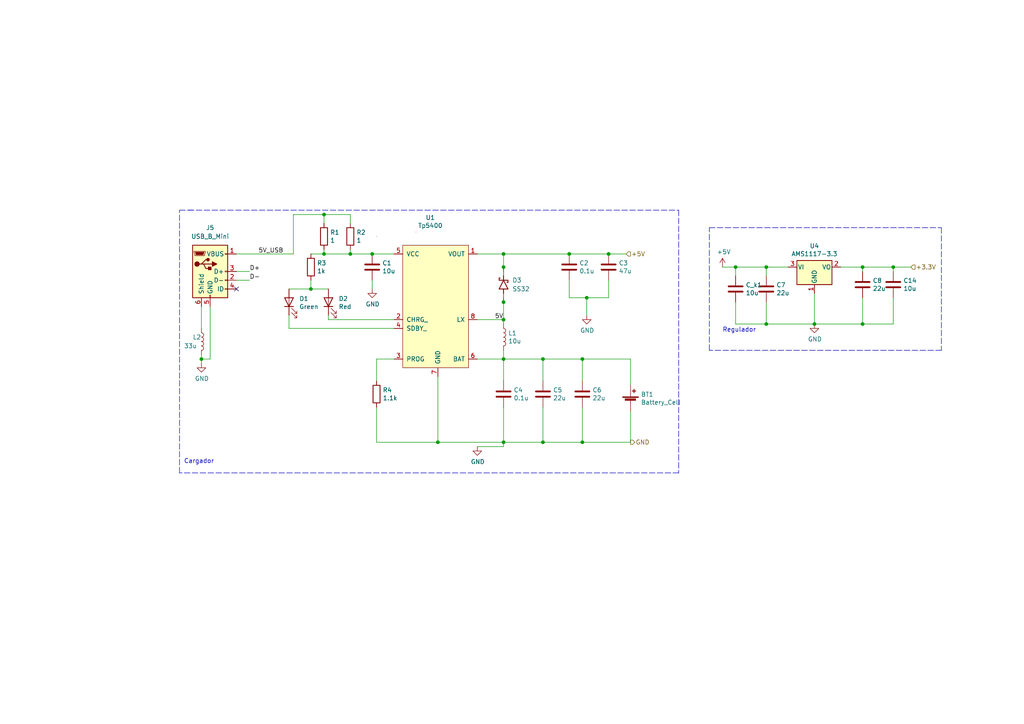
<source format=kicad_sch>
(kicad_sch (version 20211123) (generator eeschema)

  (uuid e409a435-e22e-4de2-b54e-4f8bf64a12ec)

  (paper "A4")

  (lib_symbols
    (symbol "Connector:USB_B_Mini" (pin_names (offset 1.016)) (in_bom yes) (on_board yes)
      (property "Reference" "J" (id 0) (at -5.08 11.43 0)
        (effects (font (size 1.27 1.27)) (justify left))
      )
      (property "Value" "USB_B_Mini" (id 1) (at -5.08 8.89 0)
        (effects (font (size 1.27 1.27)) (justify left))
      )
      (property "Footprint" "" (id 2) (at 3.81 -1.27 0)
        (effects (font (size 1.27 1.27)) hide)
      )
      (property "Datasheet" "~" (id 3) (at 3.81 -1.27 0)
        (effects (font (size 1.27 1.27)) hide)
      )
      (property "ki_keywords" "connector USB mini" (id 4) (at 0 0 0)
        (effects (font (size 1.27 1.27)) hide)
      )
      (property "ki_description" "USB Mini Type B connector" (id 5) (at 0 0 0)
        (effects (font (size 1.27 1.27)) hide)
      )
      (property "ki_fp_filters" "USB*" (id 6) (at 0 0 0)
        (effects (font (size 1.27 1.27)) hide)
      )
      (symbol "USB_B_Mini_0_1"
        (rectangle (start -5.08 -7.62) (end 5.08 7.62)
          (stroke (width 0.254) (type default) (color 0 0 0 0))
          (fill (type background))
        )
        (circle (center -3.81 2.159) (radius 0.635)
          (stroke (width 0.254) (type default) (color 0 0 0 0))
          (fill (type outline))
        )
        (circle (center -0.635 3.429) (radius 0.381)
          (stroke (width 0.254) (type default) (color 0 0 0 0))
          (fill (type outline))
        )
        (rectangle (start -0.127 -7.62) (end 0.127 -6.858)
          (stroke (width 0) (type default) (color 0 0 0 0))
          (fill (type none))
        )
        (polyline
          (pts
            (xy -1.905 2.159)
            (xy 0.635 2.159)
          )
          (stroke (width 0.254) (type default) (color 0 0 0 0))
          (fill (type none))
        )
        (polyline
          (pts
            (xy -3.175 2.159)
            (xy -2.54 2.159)
            (xy -1.27 3.429)
            (xy -0.635 3.429)
          )
          (stroke (width 0.254) (type default) (color 0 0 0 0))
          (fill (type none))
        )
        (polyline
          (pts
            (xy -2.54 2.159)
            (xy -1.905 2.159)
            (xy -1.27 0.889)
            (xy 0 0.889)
          )
          (stroke (width 0.254) (type default) (color 0 0 0 0))
          (fill (type none))
        )
        (polyline
          (pts
            (xy 0.635 2.794)
            (xy 0.635 1.524)
            (xy 1.905 2.159)
            (xy 0.635 2.794)
          )
          (stroke (width 0.254) (type default) (color 0 0 0 0))
          (fill (type outline))
        )
        (polyline
          (pts
            (xy -4.318 5.588)
            (xy -1.778 5.588)
            (xy -2.032 4.826)
            (xy -4.064 4.826)
            (xy -4.318 5.588)
          )
          (stroke (width 0) (type default) (color 0 0 0 0))
          (fill (type outline))
        )
        (polyline
          (pts
            (xy -4.699 5.842)
            (xy -4.699 5.588)
            (xy -4.445 4.826)
            (xy -4.445 4.572)
            (xy -1.651 4.572)
            (xy -1.651 4.826)
            (xy -1.397 5.588)
            (xy -1.397 5.842)
            (xy -4.699 5.842)
          )
          (stroke (width 0) (type default) (color 0 0 0 0))
          (fill (type none))
        )
        (rectangle (start 0.254 1.27) (end -0.508 0.508)
          (stroke (width 0.254) (type default) (color 0 0 0 0))
          (fill (type outline))
        )
        (rectangle (start 5.08 -5.207) (end 4.318 -4.953)
          (stroke (width 0) (type default) (color 0 0 0 0))
          (fill (type none))
        )
        (rectangle (start 5.08 -2.667) (end 4.318 -2.413)
          (stroke (width 0) (type default) (color 0 0 0 0))
          (fill (type none))
        )
        (rectangle (start 5.08 -0.127) (end 4.318 0.127)
          (stroke (width 0) (type default) (color 0 0 0 0))
          (fill (type none))
        )
        (rectangle (start 5.08 4.953) (end 4.318 5.207)
          (stroke (width 0) (type default) (color 0 0 0 0))
          (fill (type none))
        )
      )
      (symbol "USB_B_Mini_1_1"
        (pin power_out line (at 7.62 5.08 180) (length 2.54)
          (name "VBUS" (effects (font (size 1.27 1.27))))
          (number "1" (effects (font (size 1.27 1.27))))
        )
        (pin bidirectional line (at 7.62 -2.54 180) (length 2.54)
          (name "D-" (effects (font (size 1.27 1.27))))
          (number "2" (effects (font (size 1.27 1.27))))
        )
        (pin bidirectional line (at 7.62 0 180) (length 2.54)
          (name "D+" (effects (font (size 1.27 1.27))))
          (number "3" (effects (font (size 1.27 1.27))))
        )
        (pin passive line (at 7.62 -5.08 180) (length 2.54)
          (name "ID" (effects (font (size 1.27 1.27))))
          (number "4" (effects (font (size 1.27 1.27))))
        )
        (pin power_out line (at 0 -10.16 90) (length 2.54)
          (name "GND" (effects (font (size 1.27 1.27))))
          (number "5" (effects (font (size 1.27 1.27))))
        )
        (pin passive line (at -2.54 -10.16 90) (length 2.54)
          (name "Shield" (effects (font (size 1.27 1.27))))
          (number "6" (effects (font (size 1.27 1.27))))
        )
      )
    )
    (symbol "Device:Battery_Cell" (pin_numbers hide) (pin_names (offset 0) hide) (in_bom yes) (on_board yes)
      (property "Reference" "BT" (id 0) (at 2.54 2.54 0)
        (effects (font (size 1.27 1.27)) (justify left))
      )
      (property "Value" "Battery_Cell" (id 1) (at 2.54 0 0)
        (effects (font (size 1.27 1.27)) (justify left))
      )
      (property "Footprint" "" (id 2) (at 0 1.524 90)
        (effects (font (size 1.27 1.27)) hide)
      )
      (property "Datasheet" "~" (id 3) (at 0 1.524 90)
        (effects (font (size 1.27 1.27)) hide)
      )
      (property "ki_keywords" "battery cell" (id 4) (at 0 0 0)
        (effects (font (size 1.27 1.27)) hide)
      )
      (property "ki_description" "Single-cell battery" (id 5) (at 0 0 0)
        (effects (font (size 1.27 1.27)) hide)
      )
      (symbol "Battery_Cell_0_1"
        (rectangle (start -2.286 1.778) (end 2.286 1.524)
          (stroke (width 0) (type default) (color 0 0 0 0))
          (fill (type outline))
        )
        (rectangle (start -1.5748 1.1938) (end 1.4732 0.6858)
          (stroke (width 0) (type default) (color 0 0 0 0))
          (fill (type outline))
        )
        (polyline
          (pts
            (xy 0 0.762)
            (xy 0 0)
          )
          (stroke (width 0) (type default) (color 0 0 0 0))
          (fill (type none))
        )
        (polyline
          (pts
            (xy 0 1.778)
            (xy 0 2.54)
          )
          (stroke (width 0) (type default) (color 0 0 0 0))
          (fill (type none))
        )
        (polyline
          (pts
            (xy 0.508 3.429)
            (xy 1.524 3.429)
          )
          (stroke (width 0.254) (type default) (color 0 0 0 0))
          (fill (type none))
        )
        (polyline
          (pts
            (xy 1.016 3.937)
            (xy 1.016 2.921)
          )
          (stroke (width 0.254) (type default) (color 0 0 0 0))
          (fill (type none))
        )
      )
      (symbol "Battery_Cell_1_1"
        (pin passive line (at 0 5.08 270) (length 2.54)
          (name "+" (effects (font (size 1.27 1.27))))
          (number "1" (effects (font (size 1.27 1.27))))
        )
        (pin passive line (at 0 -2.54 90) (length 2.54)
          (name "-" (effects (font (size 1.27 1.27))))
          (number "2" (effects (font (size 1.27 1.27))))
        )
      )
    )
    (symbol "Device:C" (pin_numbers hide) (pin_names (offset 0.254)) (in_bom yes) (on_board yes)
      (property "Reference" "C" (id 0) (at 0.635 2.54 0)
        (effects (font (size 1.27 1.27)) (justify left))
      )
      (property "Value" "C" (id 1) (at 0.635 -2.54 0)
        (effects (font (size 1.27 1.27)) (justify left))
      )
      (property "Footprint" "" (id 2) (at 0.9652 -3.81 0)
        (effects (font (size 1.27 1.27)) hide)
      )
      (property "Datasheet" "~" (id 3) (at 0 0 0)
        (effects (font (size 1.27 1.27)) hide)
      )
      (property "ki_keywords" "cap capacitor" (id 4) (at 0 0 0)
        (effects (font (size 1.27 1.27)) hide)
      )
      (property "ki_description" "Unpolarized capacitor" (id 5) (at 0 0 0)
        (effects (font (size 1.27 1.27)) hide)
      )
      (property "ki_fp_filters" "C_*" (id 6) (at 0 0 0)
        (effects (font (size 1.27 1.27)) hide)
      )
      (symbol "C_0_1"
        (polyline
          (pts
            (xy -2.032 -0.762)
            (xy 2.032 -0.762)
          )
          (stroke (width 0.508) (type default) (color 0 0 0 0))
          (fill (type none))
        )
        (polyline
          (pts
            (xy -2.032 0.762)
            (xy 2.032 0.762)
          )
          (stroke (width 0.508) (type default) (color 0 0 0 0))
          (fill (type none))
        )
      )
      (symbol "C_1_1"
        (pin passive line (at 0 3.81 270) (length 2.794)
          (name "~" (effects (font (size 1.27 1.27))))
          (number "1" (effects (font (size 1.27 1.27))))
        )
        (pin passive line (at 0 -3.81 90) (length 2.794)
          (name "~" (effects (font (size 1.27 1.27))))
          (number "2" (effects (font (size 1.27 1.27))))
        )
      )
    )
    (symbol "Device:L" (pin_numbers hide) (pin_names (offset 1.016) hide) (in_bom yes) (on_board yes)
      (property "Reference" "L" (id 0) (at -1.27 0 90)
        (effects (font (size 1.27 1.27)))
      )
      (property "Value" "L" (id 1) (at 1.905 0 90)
        (effects (font (size 1.27 1.27)))
      )
      (property "Footprint" "" (id 2) (at 0 0 0)
        (effects (font (size 1.27 1.27)) hide)
      )
      (property "Datasheet" "~" (id 3) (at 0 0 0)
        (effects (font (size 1.27 1.27)) hide)
      )
      (property "ki_keywords" "inductor choke coil reactor magnetic" (id 4) (at 0 0 0)
        (effects (font (size 1.27 1.27)) hide)
      )
      (property "ki_description" "Inductor" (id 5) (at 0 0 0)
        (effects (font (size 1.27 1.27)) hide)
      )
      (property "ki_fp_filters" "Choke_* *Coil* Inductor_* L_*" (id 6) (at 0 0 0)
        (effects (font (size 1.27 1.27)) hide)
      )
      (symbol "L_0_1"
        (arc (start 0 -2.54) (mid 0.635 -1.905) (end 0 -1.27)
          (stroke (width 0) (type default) (color 0 0 0 0))
          (fill (type none))
        )
        (arc (start 0 -1.27) (mid 0.635 -0.635) (end 0 0)
          (stroke (width 0) (type default) (color 0 0 0 0))
          (fill (type none))
        )
        (arc (start 0 0) (mid 0.635 0.635) (end 0 1.27)
          (stroke (width 0) (type default) (color 0 0 0 0))
          (fill (type none))
        )
        (arc (start 0 1.27) (mid 0.635 1.905) (end 0 2.54)
          (stroke (width 0) (type default) (color 0 0 0 0))
          (fill (type none))
        )
      )
      (symbol "L_1_1"
        (pin passive line (at 0 3.81 270) (length 1.27)
          (name "1" (effects (font (size 1.27 1.27))))
          (number "1" (effects (font (size 1.27 1.27))))
        )
        (pin passive line (at 0 -3.81 90) (length 1.27)
          (name "2" (effects (font (size 1.27 1.27))))
          (number "2" (effects (font (size 1.27 1.27))))
        )
      )
    )
    (symbol "Device:LED" (pin_numbers hide) (pin_names (offset 1.016) hide) (in_bom yes) (on_board yes)
      (property "Reference" "D" (id 0) (at 0 2.54 0)
        (effects (font (size 1.27 1.27)))
      )
      (property "Value" "LED" (id 1) (at 0 -2.54 0)
        (effects (font (size 1.27 1.27)))
      )
      (property "Footprint" "" (id 2) (at 0 0 0)
        (effects (font (size 1.27 1.27)) hide)
      )
      (property "Datasheet" "~" (id 3) (at 0 0 0)
        (effects (font (size 1.27 1.27)) hide)
      )
      (property "ki_keywords" "LED diode" (id 4) (at 0 0 0)
        (effects (font (size 1.27 1.27)) hide)
      )
      (property "ki_description" "Light emitting diode" (id 5) (at 0 0 0)
        (effects (font (size 1.27 1.27)) hide)
      )
      (property "ki_fp_filters" "LED* LED_SMD:* LED_THT:*" (id 6) (at 0 0 0)
        (effects (font (size 1.27 1.27)) hide)
      )
      (symbol "LED_0_1"
        (polyline
          (pts
            (xy -1.27 -1.27)
            (xy -1.27 1.27)
          )
          (stroke (width 0.254) (type default) (color 0 0 0 0))
          (fill (type none))
        )
        (polyline
          (pts
            (xy -1.27 0)
            (xy 1.27 0)
          )
          (stroke (width 0) (type default) (color 0 0 0 0))
          (fill (type none))
        )
        (polyline
          (pts
            (xy 1.27 -1.27)
            (xy 1.27 1.27)
            (xy -1.27 0)
            (xy 1.27 -1.27)
          )
          (stroke (width 0.254) (type default) (color 0 0 0 0))
          (fill (type none))
        )
        (polyline
          (pts
            (xy -3.048 -0.762)
            (xy -4.572 -2.286)
            (xy -3.81 -2.286)
            (xy -4.572 -2.286)
            (xy -4.572 -1.524)
          )
          (stroke (width 0) (type default) (color 0 0 0 0))
          (fill (type none))
        )
        (polyline
          (pts
            (xy -1.778 -0.762)
            (xy -3.302 -2.286)
            (xy -2.54 -2.286)
            (xy -3.302 -2.286)
            (xy -3.302 -1.524)
          )
          (stroke (width 0) (type default) (color 0 0 0 0))
          (fill (type none))
        )
      )
      (symbol "LED_1_1"
        (pin passive line (at -3.81 0 0) (length 2.54)
          (name "K" (effects (font (size 1.27 1.27))))
          (number "1" (effects (font (size 1.27 1.27))))
        )
        (pin passive line (at 3.81 0 180) (length 2.54)
          (name "A" (effects (font (size 1.27 1.27))))
          (number "2" (effects (font (size 1.27 1.27))))
        )
      )
    )
    (symbol "Device:R" (pin_numbers hide) (pin_names (offset 0)) (in_bom yes) (on_board yes)
      (property "Reference" "R" (id 0) (at 2.032 0 90)
        (effects (font (size 1.27 1.27)))
      )
      (property "Value" "R" (id 1) (at 0 0 90)
        (effects (font (size 1.27 1.27)))
      )
      (property "Footprint" "" (id 2) (at -1.778 0 90)
        (effects (font (size 1.27 1.27)) hide)
      )
      (property "Datasheet" "~" (id 3) (at 0 0 0)
        (effects (font (size 1.27 1.27)) hide)
      )
      (property "ki_keywords" "R res resistor" (id 4) (at 0 0 0)
        (effects (font (size 1.27 1.27)) hide)
      )
      (property "ki_description" "Resistor" (id 5) (at 0 0 0)
        (effects (font (size 1.27 1.27)) hide)
      )
      (property "ki_fp_filters" "R_*" (id 6) (at 0 0 0)
        (effects (font (size 1.27 1.27)) hide)
      )
      (symbol "R_0_1"
        (rectangle (start -1.016 -2.54) (end 1.016 2.54)
          (stroke (width 0.254) (type default) (color 0 0 0 0))
          (fill (type none))
        )
      )
      (symbol "R_1_1"
        (pin passive line (at 0 3.81 270) (length 1.27)
          (name "~" (effects (font (size 1.27 1.27))))
          (number "1" (effects (font (size 1.27 1.27))))
        )
        (pin passive line (at 0 -3.81 90) (length 1.27)
          (name "~" (effects (font (size 1.27 1.27))))
          (number "2" (effects (font (size 1.27 1.27))))
        )
      )
    )
    (symbol "Regulator_Linear:AMS1117-3.3" (pin_names (offset 0.254)) (in_bom yes) (on_board yes)
      (property "Reference" "U" (id 0) (at -3.81 3.175 0)
        (effects (font (size 1.27 1.27)))
      )
      (property "Value" "AMS1117-3.3" (id 1) (at 0 3.175 0)
        (effects (font (size 1.27 1.27)) (justify left))
      )
      (property "Footprint" "Package_TO_SOT_SMD:SOT-223-3_TabPin2" (id 2) (at 0 5.08 0)
        (effects (font (size 1.27 1.27)) hide)
      )
      (property "Datasheet" "http://www.advanced-monolithic.com/pdf/ds1117.pdf" (id 3) (at 2.54 -6.35 0)
        (effects (font (size 1.27 1.27)) hide)
      )
      (property "ki_keywords" "linear regulator ldo fixed positive" (id 4) (at 0 0 0)
        (effects (font (size 1.27 1.27)) hide)
      )
      (property "ki_description" "1A Low Dropout regulator, positive, 3.3V fixed output, SOT-223" (id 5) (at 0 0 0)
        (effects (font (size 1.27 1.27)) hide)
      )
      (property "ki_fp_filters" "SOT?223*TabPin2*" (id 6) (at 0 0 0)
        (effects (font (size 1.27 1.27)) hide)
      )
      (symbol "AMS1117-3.3_0_1"
        (rectangle (start -5.08 -5.08) (end 5.08 1.905)
          (stroke (width 0.254) (type default) (color 0 0 0 0))
          (fill (type background))
        )
      )
      (symbol "AMS1117-3.3_1_1"
        (pin power_in line (at 0 -7.62 90) (length 2.54)
          (name "GND" (effects (font (size 1.27 1.27))))
          (number "1" (effects (font (size 1.27 1.27))))
        )
        (pin power_out line (at 7.62 0 180) (length 2.54)
          (name "VO" (effects (font (size 1.27 1.27))))
          (number "2" (effects (font (size 1.27 1.27))))
        )
        (pin power_in line (at -7.62 0 0) (length 2.54)
          (name "VI" (effects (font (size 1.27 1.27))))
          (number "3" (effects (font (size 1.27 1.27))))
        )
      )
    )
    (symbol "SS32:SS32" (pin_numbers hide) (pin_names (offset 1.016) hide) (in_bom yes) (on_board yes)
      (property "Reference" "D" (id 0) (at -5.08 2.54 0)
        (effects (font (size 1.27 1.27)) (justify left bottom))
      )
      (property "Value" "SS32" (id 1) (at -5.08 -3.81 0)
        (effects (font (size 1.27 1.27)) (justify left bottom))
      )
      (property "Footprint" "DIOM6859X262N" (id 2) (at 0 0 0)
        (effects (font (size 1.27 1.27)) (justify left bottom) hide)
      )
      (property "Datasheet" "" (id 3) (at 0 0 0)
        (effects (font (size 1.27 1.27)) (justify left bottom) hide)
      )
      (property "MAXIMUM_PACKAGE_HEIGHT" "2.62 mm" (id 4) (at 0 0 0)
        (effects (font (size 1.27 1.27)) (justify left bottom) hide)
      )
      (property "PARTREV" "Q2102" (id 5) (at 0 0 0)
        (effects (font (size 1.27 1.27)) (justify left bottom) hide)
      )
      (property "STANDARD" "IPC-7351B" (id 6) (at 0 0 0)
        (effects (font (size 1.27 1.27)) (justify left bottom) hide)
      )
      (property "MANUFACTURER" "Taiwan Semiconductor" (id 7) (at 0 0 0)
        (effects (font (size 1.27 1.27)) (justify left bottom) hide)
      )
      (property "ki_locked" "" (id 8) (at 0 0 0)
        (effects (font (size 1.27 1.27)))
      )
      (symbol "SS32_0_0"
        (polyline
          (pts
            (xy -2.54 0)
            (xy -1.27 0)
          )
          (stroke (width 0.254) (type default) (color 0 0 0 0))
          (fill (type none))
        )
        (polyline
          (pts
            (xy -1.27 -1.27)
            (xy 1.27 0)
          )
          (stroke (width 0.254) (type default) (color 0 0 0 0))
          (fill (type none))
        )
        (polyline
          (pts
            (xy -1.27 0)
            (xy -1.27 -1.27)
          )
          (stroke (width 0.254) (type default) (color 0 0 0 0))
          (fill (type none))
        )
        (polyline
          (pts
            (xy -1.27 1.27)
            (xy -1.27 0)
          )
          (stroke (width 0.254) (type default) (color 0 0 0 0))
          (fill (type none))
        )
        (polyline
          (pts
            (xy 0.635 -1.016)
            (xy 0.635 -1.27)
          )
          (stroke (width 0.254) (type default) (color 0 0 0 0))
          (fill (type none))
        )
        (polyline
          (pts
            (xy 1.27 -1.27)
            (xy 0.635 -1.27)
          )
          (stroke (width 0.254) (type default) (color 0 0 0 0))
          (fill (type none))
        )
        (polyline
          (pts
            (xy 1.27 0)
            (xy -1.27 1.27)
          )
          (stroke (width 0.254) (type default) (color 0 0 0 0))
          (fill (type none))
        )
        (polyline
          (pts
            (xy 1.27 0)
            (xy 1.27 -1.27)
          )
          (stroke (width 0.254) (type default) (color 0 0 0 0))
          (fill (type none))
        )
        (polyline
          (pts
            (xy 1.27 1.27)
            (xy 1.27 0)
          )
          (stroke (width 0.254) (type default) (color 0 0 0 0))
          (fill (type none))
        )
        (polyline
          (pts
            (xy 1.905 1.27)
            (xy 1.27 1.27)
          )
          (stroke (width 0.254) (type default) (color 0 0 0 0))
          (fill (type none))
        )
        (polyline
          (pts
            (xy 1.905 1.27)
            (xy 1.905 1.016)
          )
          (stroke (width 0.254) (type default) (color 0 0 0 0))
          (fill (type none))
        )
        (polyline
          (pts
            (xy 2.54 0)
            (xy 1.27 0)
          )
          (stroke (width 0.254) (type default) (color 0 0 0 0))
          (fill (type none))
        )
        (pin passive line (at -5.08 0 0) (length 2.54)
          (name "~" (effects (font (size 1.016 1.016))))
          (number "A" (effects (font (size 1.016 1.016))))
        )
        (pin passive line (at 5.08 0 180) (length 2.54)
          (name "~" (effects (font (size 1.016 1.016))))
          (number "C" (effects (font (size 1.016 1.016))))
        )
      )
    )
    (symbol "TP5400:Tp5400" (pin_names (offset 1.016)) (in_bom yes) (on_board yes)
      (property "Reference" "U" (id 0) (at -5.08 19.05 0)
        (effects (font (size 1.27 1.27)))
      )
      (property "Value" "Tp5400" (id 1) (at 0 19.05 0)
        (effects (font (size 1.27 1.27)))
      )
      (property "Footprint" "" (id 2) (at -5.08 19.05 0)
        (effects (font (size 1.27 1.27)) hide)
      )
      (property "Datasheet" "" (id 3) (at -5.08 19.05 0)
        (effects (font (size 1.27 1.27)) hide)
      )
      (property "ki_description" "Modulo Carga y Descarga Baterías Litio TP5400 5V - 1.2A, perfecto para la carga de baterías LiPo (Polimero de Litio) ó Li-ion (Ion de Litio) de una sola celda" (id 4) (at 0 0 0)
        (effects (font (size 1.27 1.27)) hide)
      )
      (symbol "Tp5400_0_1"
        (rectangle (start -62.23 -196.85) (end -62.23 -196.85)
          (stroke (width 0) (type default) (color 0 0 0 0))
          (fill (type none))
        )
        (rectangle (start -17.78 19.05) (end -17.78 19.05)
          (stroke (width 0) (type default) (color 0 0 0 0))
          (fill (type none))
        )
        (rectangle (start -10.16 16.51) (end 8.89 -19.05)
          (stroke (width 0) (type default) (color 0 0 0 0))
          (fill (type background))
        )
        (rectangle (start -6.35 20.32) (end -6.35 20.32)
          (stroke (width 0) (type default) (color 0 0 0 0))
          (fill (type none))
        )
      )
      (symbol "Tp5400_1_1"
        (pin output line (at 11.43 13.97 180) (length 2.54)
          (name "VOUT" (effects (font (size 1.27 1.27))))
          (number "1" (effects (font (size 1.27 1.27))))
        )
        (pin input line (at -12.7 -5.08 0) (length 2.54)
          (name "CHRG_" (effects (font (size 1.27 1.27))))
          (number "2" (effects (font (size 1.27 1.27))))
        )
        (pin input line (at -12.7 -16.51 0) (length 2.54)
          (name "PROG" (effects (font (size 1.27 1.27))))
          (number "3" (effects (font (size 1.27 1.27))))
        )
        (pin input line (at -12.7 -7.62 0) (length 2.54)
          (name "SDBY_" (effects (font (size 1.27 1.27))))
          (number "4" (effects (font (size 1.27 1.27))))
        )
        (pin input line (at -12.7 13.97 0) (length 2.54)
          (name "VCC" (effects (font (size 1.27 1.27))))
          (number "5" (effects (font (size 1.27 1.27))))
        )
        (pin input line (at 11.43 -16.51 180) (length 2.54)
          (name "BAT" (effects (font (size 1.27 1.27))))
          (number "6" (effects (font (size 1.27 1.27))))
        )
        (pin input line (at 0 -21.59 90) (length 2.54)
          (name "GND" (effects (font (size 1.27 1.27))))
          (number "7" (effects (font (size 1.27 1.27))))
        )
        (pin input line (at 11.43 -5.08 180) (length 2.54)
          (name "LX" (effects (font (size 1.27 1.27))))
          (number "8" (effects (font (size 1.27 1.27))))
        )
      )
    )
    (symbol "power:+5V" (power) (pin_names (offset 0)) (in_bom yes) (on_board yes)
      (property "Reference" "#PWR" (id 0) (at 0 -3.81 0)
        (effects (font (size 1.27 1.27)) hide)
      )
      (property "Value" "+5V" (id 1) (at 0 3.556 0)
        (effects (font (size 1.27 1.27)))
      )
      (property "Footprint" "" (id 2) (at 0 0 0)
        (effects (font (size 1.27 1.27)) hide)
      )
      (property "Datasheet" "" (id 3) (at 0 0 0)
        (effects (font (size 1.27 1.27)) hide)
      )
      (property "ki_keywords" "power-flag" (id 4) (at 0 0 0)
        (effects (font (size 1.27 1.27)) hide)
      )
      (property "ki_description" "Power symbol creates a global label with name \"+5V\"" (id 5) (at 0 0 0)
        (effects (font (size 1.27 1.27)) hide)
      )
      (symbol "+5V_0_1"
        (polyline
          (pts
            (xy -0.762 1.27)
            (xy 0 2.54)
          )
          (stroke (width 0) (type default) (color 0 0 0 0))
          (fill (type none))
        )
        (polyline
          (pts
            (xy 0 0)
            (xy 0 2.54)
          )
          (stroke (width 0) (type default) (color 0 0 0 0))
          (fill (type none))
        )
        (polyline
          (pts
            (xy 0 2.54)
            (xy 0.762 1.27)
          )
          (stroke (width 0) (type default) (color 0 0 0 0))
          (fill (type none))
        )
      )
      (symbol "+5V_1_1"
        (pin power_in line (at 0 0 90) (length 0) hide
          (name "+5V" (effects (font (size 1.27 1.27))))
          (number "1" (effects (font (size 1.27 1.27))))
        )
      )
    )
    (symbol "power:GND" (power) (pin_names (offset 0)) (in_bom yes) (on_board yes)
      (property "Reference" "#PWR" (id 0) (at 0 -6.35 0)
        (effects (font (size 1.27 1.27)) hide)
      )
      (property "Value" "GND" (id 1) (at 0 -3.81 0)
        (effects (font (size 1.27 1.27)))
      )
      (property "Footprint" "" (id 2) (at 0 0 0)
        (effects (font (size 1.27 1.27)) hide)
      )
      (property "Datasheet" "" (id 3) (at 0 0 0)
        (effects (font (size 1.27 1.27)) hide)
      )
      (property "ki_keywords" "power-flag" (id 4) (at 0 0 0)
        (effects (font (size 1.27 1.27)) hide)
      )
      (property "ki_description" "Power symbol creates a global label with name \"GND\" , ground" (id 5) (at 0 0 0)
        (effects (font (size 1.27 1.27)) hide)
      )
      (symbol "GND_0_1"
        (polyline
          (pts
            (xy 0 0)
            (xy 0 -1.27)
            (xy 1.27 -1.27)
            (xy 0 -2.54)
            (xy -1.27 -1.27)
            (xy 0 -1.27)
          )
          (stroke (width 0) (type default) (color 0 0 0 0))
          (fill (type none))
        )
      )
      (symbol "GND_1_1"
        (pin power_in line (at 0 0 270) (length 0) hide
          (name "GND" (effects (font (size 1.27 1.27))))
          (number "1" (effects (font (size 1.27 1.27))))
        )
      )
    )
  )

  (junction (at 93.98 73.66) (diameter 0) (color 0 0 0 0)
    (uuid 10934efb-a584-49f1-94d8-1012813a3248)
  )
  (junction (at 250.19 93.98) (diameter 0) (color 0 0 0 0)
    (uuid 1e333299-a059-4f9d-b1b0-1f8871de4d05)
  )
  (junction (at 250.19 77.47) (diameter 0) (color 0 0 0 0)
    (uuid 1f9398dd-7cdd-424c-b613-8ca2f01076a8)
  )
  (junction (at 146.05 92.71) (diameter 0) (color 0 0 0 0)
    (uuid 26e5081e-e8cb-4020-a8bf-f57e9547e94e)
  )
  (junction (at 107.95 73.66) (diameter 0) (color 0 0 0 0)
    (uuid 27785de1-54ba-4776-b2cb-2198f8e38417)
  )
  (junction (at 127 128.27) (diameter 0) (color 0 0 0 0)
    (uuid 2e3a43b6-07fe-4cb6-85ae-f27fb7f41338)
  )
  (junction (at 170.18 86.36) (diameter 0) (color 0 0 0 0)
    (uuid 3b3ffa14-23c9-4852-81d0-8dd08fffec63)
  )
  (junction (at 101.6 73.66) (diameter 0) (color 0 0 0 0)
    (uuid 57a8c5cb-9384-43f3-a8bb-7f9c44e96dba)
  )
  (junction (at 146.05 77.47) (diameter 0) (color 0 0 0 0)
    (uuid 5dc499ee-6092-4da1-b2e3-45b492b60224)
  )
  (junction (at 259.08 77.47) (diameter 0) (color 0 0 0 0)
    (uuid 645a28f1-3e2a-4150-bddf-74a42d332667)
  )
  (junction (at 58.42 104.14) (diameter 0) (color 0 0 0 0)
    (uuid 6e19f719-0040-4e5a-a2a1-94e4ad1eaa02)
  )
  (junction (at 146.05 73.66) (diameter 0) (color 0 0 0 0)
    (uuid 7fb65ec1-ece3-48e1-bdf5-4413b4bf1f25)
  )
  (junction (at 222.25 93.98) (diameter 0) (color 0 0 0 0)
    (uuid 8141f226-6f0a-4ee4-acaa-39a5ea41233f)
  )
  (junction (at 168.91 104.14) (diameter 0) (color 0 0 0 0)
    (uuid 9d9b3632-55ed-48c4-9307-0bf7bfc74a37)
  )
  (junction (at 146.05 87.63) (diameter 0) (color 0 0 0 0)
    (uuid b1960e6d-b977-4ed9-9afa-313e242777fa)
  )
  (junction (at 165.1 73.66) (diameter 0) (color 0 0 0 0)
    (uuid bcbf41d9-4fe5-4f56-8731-cf1e018154b1)
  )
  (junction (at 213.36 77.47) (diameter 0) (color 0 0 0 0)
    (uuid c27f3dbc-2c6f-4766-addb-904e809092bf)
  )
  (junction (at 157.48 128.27) (diameter 0) (color 0 0 0 0)
    (uuid d2d5338e-529d-4976-925a-a09baa20282a)
  )
  (junction (at 90.17 83.82) (diameter 0) (color 0 0 0 0)
    (uuid d8a523ab-3d89-44b9-8b26-e4a9532c591d)
  )
  (junction (at 146.05 104.14) (diameter 0) (color 0 0 0 0)
    (uuid e0a58a6e-b9ed-4abc-9f08-a8dd3618b0a3)
  )
  (junction (at 236.22 93.98) (diameter 0) (color 0 0 0 0)
    (uuid e1556798-9f56-4fd6-b2e4-b39d4ee47312)
  )
  (junction (at 168.91 128.27) (diameter 0) (color 0 0 0 0)
    (uuid eb2bd1b2-cef8-4414-9af1-4ce7207a025a)
  )
  (junction (at 93.98 62.23) (diameter 0) (color 0 0 0 0)
    (uuid edfd2681-1660-471b-a1d2-c3d43b997978)
  )
  (junction (at 176.53 73.66) (diameter 0) (color 0 0 0 0)
    (uuid f073cf98-6734-4ea9-827f-4c4cecb730a6)
  )
  (junction (at 157.48 104.14) (diameter 0) (color 0 0 0 0)
    (uuid f31310b7-3b93-47ab-9527-9aef705b5156)
  )
  (junction (at 222.25 77.47) (diameter 0) (color 0 0 0 0)
    (uuid f5d8e826-05d3-419c-bbd2-baef7a463ae8)
  )
  (junction (at 146.05 128.27) (diameter 0) (color 0 0 0 0)
    (uuid f640cb6d-1c5e-48c7-ad82-396d8b2acb20)
  )

  (no_connect (at 68.58 83.82) (uuid 91d4a16d-06c7-4624-8996-ad3e9d06ec87))

  (wire (pts (xy 165.1 86.36) (xy 170.18 86.36))
    (stroke (width 0) (type default) (color 0 0 0 0))
    (uuid 00bc2017-0fbd-46ca-bcfc-e8081e13140f)
  )
  (wire (pts (xy 60.96 104.14) (xy 58.42 104.14))
    (stroke (width 0) (type default) (color 0 0 0 0))
    (uuid 036ca1d2-427e-4e04-9bae-c4f39a7c189c)
  )
  (polyline (pts (xy 196.85 137.16) (xy 52.07 137.16))
    (stroke (width 0) (type default) (color 0 0 0 0))
    (uuid 04c7e5fc-46f7-4ba1-9d88-f7f775d52712)
  )

  (wire (pts (xy 176.53 73.66) (xy 181.61 73.66))
    (stroke (width 0) (type default) (color 0 0 0 0))
    (uuid 09d80699-a6a9-4714-b5b0-09c47dd9807d)
  )
  (wire (pts (xy 138.43 73.66) (xy 146.05 73.66))
    (stroke (width 0) (type default) (color 0 0 0 0))
    (uuid 0bf90687-3495-4d33-9154-787d8238440f)
  )
  (wire (pts (xy 146.05 87.63) (xy 146.05 86.36))
    (stroke (width 0) (type default) (color 0 0 0 0))
    (uuid 0c1f3684-e67f-440a-87af-02b3ef9e5062)
  )
  (wire (pts (xy 68.58 78.74) (xy 72.39 78.74))
    (stroke (width 0) (type default) (color 0 0 0 0))
    (uuid 13833097-113f-40d8-a272-1bd67e07ccdd)
  )
  (wire (pts (xy 222.25 93.98) (xy 222.25 87.63))
    (stroke (width 0) (type default) (color 0 0 0 0))
    (uuid 1478cb11-bd9c-435e-a606-16051c5a03dc)
  )
  (wire (pts (xy 157.48 128.27) (xy 168.91 128.27))
    (stroke (width 0) (type default) (color 0 0 0 0))
    (uuid 178b9781-c2db-40ff-ba7f-0d679007e079)
  )
  (wire (pts (xy 95.25 91.44) (xy 95.25 92.71))
    (stroke (width 0) (type default) (color 0 0 0 0))
    (uuid 1821e909-4cd4-4367-afa0-8bd4fa0749c2)
  )
  (wire (pts (xy 138.43 92.71) (xy 146.05 92.71))
    (stroke (width 0) (type default) (color 0 0 0 0))
    (uuid 1acdb9b7-4472-44ea-9e80-9a6471edd1f7)
  )
  (wire (pts (xy 58.42 104.14) (xy 58.42 105.41))
    (stroke (width 0) (type default) (color 0 0 0 0))
    (uuid 1ecd55c5-20c1-47e0-816b-f8ea3bab2d54)
  )
  (polyline (pts (xy 54.61 60.96) (xy 196.85 60.96))
    (stroke (width 0) (type default) (color 0 0 0 0))
    (uuid 2188758f-7b2b-4bcf-8cc6-c592e39bac9e)
  )

  (wire (pts (xy 146.05 110.49) (xy 146.05 104.14))
    (stroke (width 0) (type default) (color 0 0 0 0))
    (uuid 26d31520-a03a-4ebc-9ab5-21c6bbb1ddc8)
  )
  (wire (pts (xy 146.05 92.71) (xy 146.05 93.98))
    (stroke (width 0) (type default) (color 0 0 0 0))
    (uuid 274f5a4a-4ebb-40fa-abed-82470e650ba3)
  )
  (wire (pts (xy 250.19 78.74) (xy 250.19 77.47))
    (stroke (width 0) (type default) (color 0 0 0 0))
    (uuid 2835b452-4aa7-4df2-97b5-b8f3001d4e69)
  )
  (wire (pts (xy 259.08 77.47) (xy 264.16 77.47))
    (stroke (width 0) (type default) (color 0 0 0 0))
    (uuid 286c83a5-b3b1-4089-bac3-cdd5fa65bbb6)
  )
  (wire (pts (xy 93.98 62.23) (xy 93.98 64.77))
    (stroke (width 0) (type default) (color 0 0 0 0))
    (uuid 3000b23d-7529-40f8-af7d-74510d8b62b3)
  )
  (wire (pts (xy 213.36 87.63) (xy 213.36 93.98))
    (stroke (width 0) (type default) (color 0 0 0 0))
    (uuid 32fcc0b2-ae82-4fc4-87f4-cfc255322a79)
  )
  (wire (pts (xy 114.3 95.25) (xy 83.82 95.25))
    (stroke (width 0) (type default) (color 0 0 0 0))
    (uuid 36fd755e-00b9-43ce-b2b4-98bcbcc828b3)
  )
  (wire (pts (xy 182.88 111.76) (xy 182.88 104.14))
    (stroke (width 0) (type default) (color 0 0 0 0))
    (uuid 39d579f8-f304-40ec-8add-fd4f790ee13b)
  )
  (wire (pts (xy 101.6 72.39) (xy 101.6 73.66))
    (stroke (width 0) (type default) (color 0 0 0 0))
    (uuid 3a98a794-e470-43cf-a5f2-fca897b03b62)
  )
  (wire (pts (xy 83.82 83.82) (xy 90.17 83.82))
    (stroke (width 0) (type default) (color 0 0 0 0))
    (uuid 3ea25615-4644-43e6-8c39-371c93b83f91)
  )
  (wire (pts (xy 250.19 77.47) (xy 243.84 77.47))
    (stroke (width 0) (type default) (color 0 0 0 0))
    (uuid 42525d00-1a06-44b1-a393-f411ccf21096)
  )
  (wire (pts (xy 182.88 119.38) (xy 182.88 128.27))
    (stroke (width 0) (type default) (color 0 0 0 0))
    (uuid 43c1b881-4c7d-4e78-b9bb-24107f0a191f)
  )
  (wire (pts (xy 95.25 92.71) (xy 114.3 92.71))
    (stroke (width 0) (type default) (color 0 0 0 0))
    (uuid 44c3f53b-44c2-4647-8bff-7b748b2b6e6a)
  )
  (wire (pts (xy 68.58 81.28) (xy 72.39 81.28))
    (stroke (width 0) (type default) (color 0 0 0 0))
    (uuid 4858e9af-4c74-4b84-be6b-43d2fffe3fec)
  )
  (wire (pts (xy 213.36 77.47) (xy 222.25 77.47))
    (stroke (width 0) (type default) (color 0 0 0 0))
    (uuid 50b98d50-7572-49be-b447-b60bc878f623)
  )
  (wire (pts (xy 250.19 86.36) (xy 250.19 93.98))
    (stroke (width 0) (type default) (color 0 0 0 0))
    (uuid 52af98b2-86da-4b87-b703-7faba4349c2b)
  )
  (wire (pts (xy 58.42 102.87) (xy 58.42 104.14))
    (stroke (width 0) (type default) (color 0 0 0 0))
    (uuid 5322b014-503e-479b-92f3-c104137eb4a7)
  )
  (wire (pts (xy 213.36 77.47) (xy 213.36 80.01))
    (stroke (width 0) (type default) (color 0 0 0 0))
    (uuid 572ad497-f15c-44e6-b6c4-2db8ed558982)
  )
  (wire (pts (xy 168.91 128.27) (xy 168.91 118.11))
    (stroke (width 0) (type default) (color 0 0 0 0))
    (uuid 57a51c1a-13e4-4c03-8d31-e11516ae1016)
  )
  (wire (pts (xy 250.19 93.98) (xy 259.08 93.98))
    (stroke (width 0) (type default) (color 0 0 0 0))
    (uuid 57b18b31-22db-4995-a95d-e94c9ea0a0df)
  )
  (wire (pts (xy 259.08 77.47) (xy 259.08 78.74))
    (stroke (width 0) (type default) (color 0 0 0 0))
    (uuid 5a30c2a9-e608-401a-ba82-55d0b8e977ed)
  )
  (wire (pts (xy 138.43 129.54) (xy 146.05 129.54))
    (stroke (width 0) (type default) (color 0 0 0 0))
    (uuid 5d02026c-1021-4cf4-8b84-8156dae0db5e)
  )
  (wire (pts (xy 90.17 83.82) (xy 95.25 83.82))
    (stroke (width 0) (type default) (color 0 0 0 0))
    (uuid 61f0657f-eafa-4e35-97e3-6fdf2ac25519)
  )
  (wire (pts (xy 107.95 83.82) (xy 107.95 81.28))
    (stroke (width 0) (type default) (color 0 0 0 0))
    (uuid 651a6637-b8eb-400c-98e2-e30c05336858)
  )
  (wire (pts (xy 165.1 81.28) (xy 165.1 86.36))
    (stroke (width 0) (type default) (color 0 0 0 0))
    (uuid 6671d815-e777-4497-97ef-fddba708f008)
  )
  (wire (pts (xy 146.05 77.47) (xy 146.05 78.74))
    (stroke (width 0) (type default) (color 0 0 0 0))
    (uuid 6e413ce5-ddaf-479d-ab31-d32d62b0c2f3)
  )
  (wire (pts (xy 146.05 118.11) (xy 146.05 128.27))
    (stroke (width 0) (type default) (color 0 0 0 0))
    (uuid 6f04d99a-4e8a-47c5-abb1-d116d664afaf)
  )
  (wire (pts (xy 157.48 118.11) (xy 157.48 128.27))
    (stroke (width 0) (type default) (color 0 0 0 0))
    (uuid 6f7723ab-9b81-43f3-b744-74764fc3ce28)
  )
  (polyline (pts (xy 273.05 101.6) (xy 205.74 101.6))
    (stroke (width 0) (type default) (color 0 0 0 0))
    (uuid 7047ff6f-a981-4922-b891-871f0192e20f)
  )

  (wire (pts (xy 176.53 73.66) (xy 165.1 73.66))
    (stroke (width 0) (type default) (color 0 0 0 0))
    (uuid 70aac149-64d0-474f-b3c1-16c3956fe907)
  )
  (wire (pts (xy 60.96 88.9) (xy 60.96 104.14))
    (stroke (width 0) (type default) (color 0 0 0 0))
    (uuid 737f3fde-79ea-4deb-a07c-5f9fe7044987)
  )
  (wire (pts (xy 157.48 110.49) (xy 157.48 104.14))
    (stroke (width 0) (type default) (color 0 0 0 0))
    (uuid 744f804c-7b9c-444d-b073-1f898e5be461)
  )
  (wire (pts (xy 250.19 93.98) (xy 236.22 93.98))
    (stroke (width 0) (type default) (color 0 0 0 0))
    (uuid 819a8413-6af3-4f54-a057-6464065995fe)
  )
  (wire (pts (xy 109.22 104.14) (xy 109.22 110.49))
    (stroke (width 0) (type default) (color 0 0 0 0))
    (uuid 8333d76e-e1b8-439f-9369-3f32cf9a3675)
  )
  (wire (pts (xy 236.22 85.09) (xy 236.22 93.98))
    (stroke (width 0) (type default) (color 0 0 0 0))
    (uuid 84018ab4-adff-46a3-8f7d-a4f73dd5211a)
  )
  (polyline (pts (xy 52.07 137.16) (xy 52.07 60.96))
    (stroke (width 0) (type default) (color 0 0 0 0))
    (uuid 875b2d9d-6d83-4bd7-bb4a-945ab797eb50)
  )
  (polyline (pts (xy 52.07 60.96) (xy 55.88 60.96))
    (stroke (width 0) (type default) (color 0 0 0 0))
    (uuid 89d60e13-aa6b-4474-8789-9af56d4d3202)
  )

  (wire (pts (xy 101.6 73.66) (xy 93.98 73.66))
    (stroke (width 0) (type default) (color 0 0 0 0))
    (uuid 8a1b921d-9b5d-4a2b-b1b1-ff2a0f21b8b0)
  )
  (wire (pts (xy 259.08 86.36) (xy 259.08 93.98))
    (stroke (width 0) (type default) (color 0 0 0 0))
    (uuid 8c05f8ae-7c48-449a-ae56-8090383808fa)
  )
  (wire (pts (xy 146.05 73.66) (xy 146.05 77.47))
    (stroke (width 0) (type default) (color 0 0 0 0))
    (uuid 8d00b581-ff1f-4274-816b-bc45d0315dfc)
  )
  (wire (pts (xy 222.25 77.47) (xy 228.6 77.47))
    (stroke (width 0) (type default) (color 0 0 0 0))
    (uuid 901a7605-c924-43d9-a98d-931ac44d5ccb)
  )
  (wire (pts (xy 127 109.22) (xy 127 128.27))
    (stroke (width 0) (type default) (color 0 0 0 0))
    (uuid 91eebec8-22cf-4712-9c10-fe9c5fc97d34)
  )
  (wire (pts (xy 146.05 73.66) (xy 165.1 73.66))
    (stroke (width 0) (type default) (color 0 0 0 0))
    (uuid 9773c4b4-475d-4759-9ec7-634526307455)
  )
  (wire (pts (xy 90.17 81.28) (xy 90.17 83.82))
    (stroke (width 0) (type default) (color 0 0 0 0))
    (uuid 98bb3c0c-4720-4c23-84d0-2c32ea5682f5)
  )
  (wire (pts (xy 168.91 128.27) (xy 182.88 128.27))
    (stroke (width 0) (type default) (color 0 0 0 0))
    (uuid 99f5dcba-76f2-42b5-9809-22fbde85df65)
  )
  (wire (pts (xy 58.42 88.9) (xy 58.42 95.25))
    (stroke (width 0) (type default) (color 0 0 0 0))
    (uuid 9dc4c419-9dbe-4189-8978-db3449de0725)
  )
  (polyline (pts (xy 196.85 60.96) (xy 196.85 137.16))
    (stroke (width 0) (type default) (color 0 0 0 0))
    (uuid 9ffed4f5-febe-4750-b63c-3ed050bd5b1a)
  )

  (wire (pts (xy 85.09 73.66) (xy 85.09 62.23))
    (stroke (width 0) (type default) (color 0 0 0 0))
    (uuid a1a51985-b3c5-4bd8-b1d0-1a1b82664ffa)
  )
  (wire (pts (xy 157.48 104.14) (xy 168.91 104.14))
    (stroke (width 0) (type default) (color 0 0 0 0))
    (uuid a40c6094-3b12-4bd2-8fbc-d3590854a759)
  )
  (wire (pts (xy 168.91 104.14) (xy 168.91 110.49))
    (stroke (width 0) (type default) (color 0 0 0 0))
    (uuid a46948a9-f6c6-412c-905c-0211e0b49f19)
  )
  (wire (pts (xy 93.98 73.66) (xy 90.17 73.66))
    (stroke (width 0) (type default) (color 0 0 0 0))
    (uuid a7d20def-772a-42c9-bbcc-08c4bdf960bb)
  )
  (wire (pts (xy 68.58 73.66) (xy 85.09 73.66))
    (stroke (width 0) (type default) (color 0 0 0 0))
    (uuid aa4abb9a-5f4a-4f1a-a898-a8938407be2c)
  )
  (wire (pts (xy 213.36 93.98) (xy 222.25 93.98))
    (stroke (width 0) (type default) (color 0 0 0 0))
    (uuid ad8bebc5-2f22-4688-be1f-ab19304ec83b)
  )
  (polyline (pts (xy 273.05 66.04) (xy 273.05 101.6))
    (stroke (width 0) (type default) (color 0 0 0 0))
    (uuid add403b3-bcf6-40c3-a6b8-401d811fc937)
  )

  (wire (pts (xy 114.3 104.14) (xy 109.22 104.14))
    (stroke (width 0) (type default) (color 0 0 0 0))
    (uuid b4cce196-a374-4f98-aba5-d5d3d10f22d8)
  )
  (wire (pts (xy 146.05 92.71) (xy 146.05 87.63))
    (stroke (width 0) (type default) (color 0 0 0 0))
    (uuid b8df576e-52e4-4898-823b-719ba99a7a0c)
  )
  (polyline (pts (xy 205.74 101.6) (xy 205.74 66.04))
    (stroke (width 0) (type default) (color 0 0 0 0))
    (uuid b97b32f6-99cd-4591-afe8-62a599d9cf89)
  )

  (wire (pts (xy 146.05 129.54) (xy 146.05 128.27))
    (stroke (width 0) (type default) (color 0 0 0 0))
    (uuid b9c8d817-eb2a-4fdf-9f38-0b4d5a6ff40e)
  )
  (wire (pts (xy 176.53 86.36) (xy 176.53 81.28))
    (stroke (width 0) (type default) (color 0 0 0 0))
    (uuid c004f72c-d771-4b38-bd3a-ebfea74b27fb)
  )
  (wire (pts (xy 236.22 93.98) (xy 222.25 93.98))
    (stroke (width 0) (type default) (color 0 0 0 0))
    (uuid c1d2b732-0798-431a-8eb2-0ad5dbe47e2b)
  )
  (wire (pts (xy 93.98 73.66) (xy 93.98 72.39))
    (stroke (width 0) (type default) (color 0 0 0 0))
    (uuid c850b260-1f42-48e1-88d2-c6a27a285f93)
  )
  (wire (pts (xy 209.55 77.47) (xy 213.36 77.47))
    (stroke (width 0) (type default) (color 0 0 0 0))
    (uuid cdd8ac69-37b5-44ae-89e8-7a1b9fce26ca)
  )
  (wire (pts (xy 170.18 86.36) (xy 176.53 86.36))
    (stroke (width 0) (type default) (color 0 0 0 0))
    (uuid cded8077-0aeb-406c-a2e5-01821addfccf)
  )
  (wire (pts (xy 170.18 86.36) (xy 170.18 91.44))
    (stroke (width 0) (type default) (color 0 0 0 0))
    (uuid ce93b7d4-8038-415d-9edf-7b8ddf4804f5)
  )
  (wire (pts (xy 138.43 104.14) (xy 146.05 104.14))
    (stroke (width 0) (type default) (color 0 0 0 0))
    (uuid cfdbfcae-21f4-4f0a-9b33-1dc1a7336fb3)
  )
  (wire (pts (xy 127 128.27) (xy 146.05 128.27))
    (stroke (width 0) (type default) (color 0 0 0 0))
    (uuid d0e5703e-1d3f-4ec2-befe-e6ee65350f91)
  )
  (wire (pts (xy 146.05 101.6) (xy 146.05 104.14))
    (stroke (width 0) (type default) (color 0 0 0 0))
    (uuid d564edef-48de-41f4-a80f-ddb06fb11100)
  )
  (wire (pts (xy 146.05 128.27) (xy 157.48 128.27))
    (stroke (width 0) (type default) (color 0 0 0 0))
    (uuid d845e404-b3b0-457e-b2e2-8a287f55f4e4)
  )
  (wire (pts (xy 101.6 62.23) (xy 93.98 62.23))
    (stroke (width 0) (type default) (color 0 0 0 0))
    (uuid dccbaa16-b364-445d-a6ea-dd9a758db64c)
  )
  (wire (pts (xy 107.95 73.66) (xy 101.6 73.66))
    (stroke (width 0) (type default) (color 0 0 0 0))
    (uuid df2cb113-b97a-401a-b3d1-2b86197f0fbe)
  )
  (wire (pts (xy 101.6 64.77) (xy 101.6 62.23))
    (stroke (width 0) (type default) (color 0 0 0 0))
    (uuid e836ee5c-b239-4183-b211-28ec8d64a95a)
  )
  (wire (pts (xy 222.25 80.01) (xy 222.25 77.47))
    (stroke (width 0) (type default) (color 0 0 0 0))
    (uuid ef525432-bf23-4b86-b64c-4c45d61d2791)
  )
  (wire (pts (xy 85.09 62.23) (xy 93.98 62.23))
    (stroke (width 0) (type default) (color 0 0 0 0))
    (uuid ef7c9779-7b80-4468-b4a4-27f6f9ae042f)
  )
  (wire (pts (xy 109.22 128.27) (xy 127 128.27))
    (stroke (width 0) (type default) (color 0 0 0 0))
    (uuid ef81c748-f187-4d77-9f8a-0659f09e1b41)
  )
  (wire (pts (xy 109.22 118.11) (xy 109.22 128.27))
    (stroke (width 0) (type default) (color 0 0 0 0))
    (uuid f0eeb323-482c-4f90-b194-d5a44bbfc1c8)
  )
  (wire (pts (xy 250.19 77.47) (xy 259.08 77.47))
    (stroke (width 0) (type default) (color 0 0 0 0))
    (uuid f308cddd-09da-4289-a958-a11b34aa1aa5)
  )
  (wire (pts (xy 83.82 95.25) (xy 83.82 91.44))
    (stroke (width 0) (type default) (color 0 0 0 0))
    (uuid f892f841-f0b9-4b6e-bee1-427be8b97e73)
  )
  (wire (pts (xy 114.3 73.66) (xy 107.95 73.66))
    (stroke (width 0) (type default) (color 0 0 0 0))
    (uuid fd1f3b4b-7a79-48fc-a8a9-295edda5e623)
  )
  (wire (pts (xy 146.05 104.14) (xy 157.48 104.14))
    (stroke (width 0) (type default) (color 0 0 0 0))
    (uuid fdbf3345-3ec3-40e8-aa28-8eb7aea6391c)
  )
  (polyline (pts (xy 205.74 66.04) (xy 273.05 66.04))
    (stroke (width 0) (type default) (color 0 0 0 0))
    (uuid fe89fa3d-583b-4e66-8995-402b3a63baad)
  )

  (wire (pts (xy 168.91 104.14) (xy 182.88 104.14))
    (stroke (width 0) (type default) (color 0 0 0 0))
    (uuid febc27c1-62b5-40e2-846a-e888c69e1b10)
  )

  (text "Regulador" (at 209.55 96.52 0)
    (effects (font (size 1.27 1.27)) (justify left bottom))
    (uuid 0539c558-7367-4321-9d72-be7036e402c1)
  )
  (text "Cargador" (at 53.34 134.62 0)
    (effects (font (size 1.27 1.27)) (justify left bottom))
    (uuid 7dfd98fe-48ff-4f22-b179-591516a5f1ce)
  )

  (label "D-" (at 72.39 81.28 0)
    (effects (font (size 1.27 1.27)) (justify left bottom))
    (uuid 1d2f80ac-779e-4757-b5f4-eb18c36f5af8)
  )
  (label "5V" (at 143.51 92.71 0)
    (effects (font (size 1.27 1.27)) (justify left bottom))
    (uuid 52f688da-92fd-4d5f-825d-25105785cebe)
  )
  (label "5V_USB" (at 74.93 73.66 0)
    (effects (font (size 1.27 1.27)) (justify left bottom))
    (uuid 89dd42ee-a3aa-44bd-930f-bc898a9c5ab2)
  )
  (label "D+" (at 72.39 78.74 0)
    (effects (font (size 1.27 1.27)) (justify left bottom))
    (uuid e61e8b4e-b3bc-4d32-b933-d5eb8eadc262)
  )

  (hierarchical_label "+5V" (shape input) (at 181.61 73.66 0)
    (effects (font (size 1.27 1.27)) (justify left))
    (uuid 07849505-c618-448f-b8ff-cc4d65e9590b)
  )
  (hierarchical_label "GND" (shape output) (at 182.88 128.27 0)
    (effects (font (size 1.27 1.27)) (justify left))
    (uuid 233ea2e0-928a-4ed1-8a69-70b723f5072f)
  )
  (hierarchical_label "+3.3V" (shape input) (at 264.16 77.47 0)
    (effects (font (size 1.27 1.27)) (justify left))
    (uuid 496d4266-27d0-4200-a0c6-dd899eda8e82)
  )

  (symbol (lib_id "power:GND") (at 170.18 91.44 0) (unit 1)
    (in_bom yes) (on_board yes)
    (uuid 147a3fd1-acdf-4a95-b776-4d2cd2eec7b4)
    (property "Reference" "#PWR024" (id 0) (at 170.18 97.79 0)
      (effects (font (size 1.27 1.27)) hide)
    )
    (property "Value" "GND" (id 1) (at 170.307 95.8342 0))
    (property "Footprint" "" (id 2) (at 170.18 91.44 0)
      (effects (font (size 1.27 1.27)) hide)
    )
    (property "Datasheet" "" (id 3) (at 170.18 91.44 0)
      (effects (font (size 1.27 1.27)) hide)
    )
    (pin "1" (uuid 3654597c-4a2d-483a-a427-14c0c61b32c5))
  )

  (symbol (lib_id "Device:C") (at 146.05 114.3 0) (unit 1)
    (in_bom yes) (on_board yes)
    (uuid 1588a0bc-fb3d-4fe5-9c0c-f82ee2625d24)
    (property "Reference" "C4" (id 0) (at 148.971 113.1316 0)
      (effects (font (size 1.27 1.27)) (justify left))
    )
    (property "Value" "0.1u" (id 1) (at 148.971 115.443 0)
      (effects (font (size 1.27 1.27)) (justify left))
    )
    (property "Footprint" "" (id 2) (at 147.0152 118.11 0)
      (effects (font (size 1.27 1.27)) hide)
    )
    (property "Datasheet" "~" (id 3) (at 146.05 114.3 0)
      (effects (font (size 1.27 1.27)) hide)
    )
    (pin "1" (uuid 0ed89a76-d7fc-4da4-a813-df60d5f67bf2))
    (pin "2" (uuid 835b603d-e8ab-4b81-88dd-d4901db07f6c))
  )

  (symbol (lib_id "Connector:USB_B_Mini") (at 60.96 78.74 0) (unit 1)
    (in_bom yes) (on_board yes) (fields_autoplaced)
    (uuid 22a5460d-3962-49b1-bc95-93493cc56635)
    (property "Reference" "J5" (id 0) (at 60.96 66.04 0))
    (property "Value" "USB_B_Mini" (id 1) (at 60.96 68.58 0))
    (property "Footprint" "Connector_USB:USB_Mini-B_AdamTech_MUSB-B5-S-VT-TSMT-1_SMD_Vertical" (id 2) (at 64.77 80.01 0)
      (effects (font (size 1.27 1.27)) hide)
    )
    (property "Datasheet" "~" (id 3) (at 64.77 80.01 0)
      (effects (font (size 1.27 1.27)) hide)
    )
    (pin "1" (uuid fd045709-5bc7-46ba-88b9-ec9e9e752a61))
    (pin "2" (uuid a3c2d6d0-f497-43e2-b013-1ab2144ebe69))
    (pin "3" (uuid 5bed883f-269c-4842-b306-133b3c0e4c99))
    (pin "4" (uuid 4096c8e3-18de-4d14-8837-37b1085905cd))
    (pin "5" (uuid d78b5a65-1fde-4ebc-9dc2-78efbddd07eb))
    (pin "6" (uuid 1813663a-5289-4632-9c86-86110debd5cf))
  )

  (symbol (lib_id "power:GND") (at 236.22 93.98 0) (unit 1)
    (in_bom yes) (on_board yes)
    (uuid 26fc01c4-a7f8-4c72-836c-dc85efa796c3)
    (property "Reference" "#PWR027" (id 0) (at 236.22 100.33 0)
      (effects (font (size 1.27 1.27)) hide)
    )
    (property "Value" "GND" (id 1) (at 236.347 98.3742 0))
    (property "Footprint" "" (id 2) (at 236.22 93.98 0)
      (effects (font (size 1.27 1.27)) hide)
    )
    (property "Datasheet" "" (id 3) (at 236.22 93.98 0)
      (effects (font (size 1.27 1.27)) hide)
    )
    (pin "1" (uuid 5a26b56e-3a94-44c4-ae7e-38dc0cdecc7c))
  )

  (symbol (lib_id "TP5400:Tp5400") (at 127 87.63 0) (unit 1)
    (in_bom yes) (on_board yes)
    (uuid 2a11d77b-a242-4f70-8499-555c64f3d1aa)
    (property "Reference" "U1" (id 0) (at 124.8156 63.119 0))
    (property "Value" "Tp5400" (id 1) (at 124.8156 65.4304 0))
    (property "Footprint" "KiCad:TP5410" (id 2) (at 121.92 68.58 0)
      (effects (font (size 1.27 1.27)) hide)
    )
    (property "Datasheet" "" (id 3) (at 121.92 68.58 0)
      (effects (font (size 1.27 1.27)) hide)
    )
    (pin "1" (uuid ad2e79fb-7029-4654-8456-494a6e0594aa))
    (pin "2" (uuid 3c77bfe7-86c5-40d5-bb7b-ccef38595622))
    (pin "3" (uuid b7531eb3-bc67-49db-9048-63c9a69aed77))
    (pin "4" (uuid 07ac8978-53a7-4c30-a123-37cfbb2af7a0))
    (pin "5" (uuid 810cd5f8-0752-4fd3-94b6-ee694fe95c8d))
    (pin "6" (uuid 6b61fbba-d6f4-462a-b450-58f9fedb0eb3))
    (pin "7" (uuid 90e29598-2246-4a35-b214-366dc6c1121e))
    (pin "8" (uuid 9b38e044-87da-4959-9bc2-2cd831de661e))
  )

  (symbol (lib_id "power:GND") (at 107.95 83.82 0) (unit 1)
    (in_bom yes) (on_board yes)
    (uuid 31a33faf-7180-41e1-8389-fc971f69279b)
    (property "Reference" "#PWR022" (id 0) (at 107.95 90.17 0)
      (effects (font (size 1.27 1.27)) hide)
    )
    (property "Value" "GND" (id 1) (at 108.077 88.2142 0))
    (property "Footprint" "" (id 2) (at 107.95 83.82 0)
      (effects (font (size 1.27 1.27)) hide)
    )
    (property "Datasheet" "" (id 3) (at 107.95 83.82 0)
      (effects (font (size 1.27 1.27)) hide)
    )
    (pin "1" (uuid 0b9b133b-b5fe-490e-8b39-775963926a93))
  )

  (symbol (lib_id "Device:C") (at 222.25 83.82 0) (unit 1)
    (in_bom yes) (on_board yes)
    (uuid 3440893e-dd5e-44a2-9a99-1d8a5c359996)
    (property "Reference" "C7" (id 0) (at 225.171 82.6516 0)
      (effects (font (size 1.27 1.27)) (justify left))
    )
    (property "Value" "22u" (id 1) (at 225.171 84.963 0)
      (effects (font (size 1.27 1.27)) (justify left))
    )
    (property "Footprint" "" (id 2) (at 223.2152 87.63 0)
      (effects (font (size 1.27 1.27)) hide)
    )
    (property "Datasheet" "~" (id 3) (at 222.25 83.82 0)
      (effects (font (size 1.27 1.27)) hide)
    )
    (pin "1" (uuid 27bd40a7-44a3-4940-8d36-8f24587c43ab))
    (pin "2" (uuid 13c4d8f9-8857-4b42-8989-8b650fe32b9f))
  )

  (symbol (lib_id "Device:LED") (at 83.82 87.63 90) (unit 1)
    (in_bom yes) (on_board yes)
    (uuid 35a78d65-1e29-46bd-8b55-7351f4af17d9)
    (property "Reference" "D1" (id 0) (at 86.7918 86.6394 90)
      (effects (font (size 1.27 1.27)) (justify right))
    )
    (property "Value" "Green" (id 1) (at 86.7918 88.9508 90)
      (effects (font (size 1.27 1.27)) (justify right))
    )
    (property "Footprint" "LED_SMD:LED_0805_2012Metric_Pad1.15x1.40mm_HandSolder" (id 2) (at 83.82 87.63 0)
      (effects (font (size 1.27 1.27)) hide)
    )
    (property "Datasheet" "~" (id 3) (at 83.82 87.63 0)
      (effects (font (size 1.27 1.27)) hide)
    )
    (pin "1" (uuid 1fc2d4ab-0498-4f60-be33-4d78f3800ecd))
    (pin "2" (uuid 5ac71e05-ff1e-4aa8-bd6c-0f17c5df9c46))
  )

  (symbol (lib_id "Device:C") (at 107.95 77.47 0) (unit 1)
    (in_bom yes) (on_board yes)
    (uuid 39e5100f-b93c-4f03-87cc-9280a7807294)
    (property "Reference" "C1" (id 0) (at 110.871 76.3016 0)
      (effects (font (size 1.27 1.27)) (justify left))
    )
    (property "Value" "10u" (id 1) (at 110.871 78.613 0)
      (effects (font (size 1.27 1.27)) (justify left))
    )
    (property "Footprint" "" (id 2) (at 108.9152 81.28 0)
      (effects (font (size 1.27 1.27)) hide)
    )
    (property "Datasheet" "~" (id 3) (at 107.95 77.47 0)
      (effects (font (size 1.27 1.27)) hide)
    )
    (pin "1" (uuid 06ad5e5f-bd01-4ecb-9268-1e10cafacf18))
    (pin "2" (uuid ccd28bff-0a8e-4d5c-8a16-892ab0cc9985))
  )

  (symbol (lib_id "Device:C") (at 168.91 114.3 0) (unit 1)
    (in_bom yes) (on_board yes)
    (uuid 3a7a7e3d-aeb0-478b-a01f-f03b60149355)
    (property "Reference" "C6" (id 0) (at 171.831 113.1316 0)
      (effects (font (size 1.27 1.27)) (justify left))
    )
    (property "Value" "22u" (id 1) (at 171.831 115.443 0)
      (effects (font (size 1.27 1.27)) (justify left))
    )
    (property "Footprint" "" (id 2) (at 169.8752 118.11 0)
      (effects (font (size 1.27 1.27)) hide)
    )
    (property "Datasheet" "~" (id 3) (at 168.91 114.3 0)
      (effects (font (size 1.27 1.27)) hide)
    )
    (pin "1" (uuid 0d5815f6-28a9-467e-b51f-2cbe47189f59))
    (pin "2" (uuid f81cf28d-7f8a-45aa-8733-bbbd77ce5ecf))
  )

  (symbol (lib_id "Regulator_Linear:AMS1117-3.3") (at 236.22 77.47 0) (unit 1)
    (in_bom yes) (on_board yes)
    (uuid 716c5681-6ed0-407e-890b-5db8bd8d5484)
    (property "Reference" "U4" (id 0) (at 236.22 71.3232 0))
    (property "Value" "AMS1117-3.3" (id 1) (at 236.22 73.6346 0))
    (property "Footprint" "Package_TO_SOT_SMD:SOT-223-3_TabPin2" (id 2) (at 236.22 72.39 0)
      (effects (font (size 1.27 1.27)) hide)
    )
    (property "Datasheet" "http://www.advanced-monolithic.com/pdf/ds1117.pdf" (id 3) (at 238.76 83.82 0)
      (effects (font (size 1.27 1.27)) hide)
    )
    (pin "1" (uuid 12c1c8b3-3bc6-49ee-a26f-fa016a6b6438))
    (pin "2" (uuid 24bb7e0d-25ac-428c-a348-0d483440d4f0))
    (pin "3" (uuid 773d4d0e-9f72-415d-a00b-9695f74ed79c))
  )

  (symbol (lib_id "Device:L") (at 58.42 99.06 0) (unit 1)
    (in_bom yes) (on_board yes)
    (uuid 77006be8-e871-4875-98bd-df9b9f9c71da)
    (property "Reference" "L2" (id 0) (at 55.88 97.79 0)
      (effects (font (size 1.27 1.27)) (justify left))
    )
    (property "Value" "33u" (id 1) (at 53.34 100.33 0)
      (effects (font (size 1.27 1.27)) (justify left))
    )
    (property "Footprint" "Inductor_SMD:L_6.3x6.3_H3" (id 2) (at 58.42 99.06 0)
      (effects (font (size 1.27 1.27)) hide)
    )
    (property "Datasheet" "~" (id 3) (at 58.42 99.06 0)
      (effects (font (size 1.27 1.27)) hide)
    )
    (pin "1" (uuid d012688b-7a14-45be-8853-ccc0dc10dc71))
    (pin "2" (uuid 880d94e0-447e-413a-a558-cee4b897ff70))
  )

  (symbol (lib_id "Device:LED") (at 95.25 87.63 90) (unit 1)
    (in_bom yes) (on_board yes)
    (uuid 92743ab4-dcdc-4afc-a56e-c02962b6a0f7)
    (property "Reference" "D2" (id 0) (at 98.2218 86.6394 90)
      (effects (font (size 1.27 1.27)) (justify right))
    )
    (property "Value" "Red" (id 1) (at 98.2218 88.9508 90)
      (effects (font (size 1.27 1.27)) (justify right))
    )
    (property "Footprint" "LED_SMD:LED_0805_2012Metric_Pad1.15x1.40mm_HandSolder" (id 2) (at 95.25 87.63 0)
      (effects (font (size 1.27 1.27)) hide)
    )
    (property "Datasheet" "~" (id 3) (at 95.25 87.63 0)
      (effects (font (size 1.27 1.27)) hide)
    )
    (pin "1" (uuid 66013021-860b-43b1-bbe7-9c4262ad68cb))
    (pin "2" (uuid 6b1518fd-a75a-44e5-819b-46e9fb4c1bb4))
  )

  (symbol (lib_id "Device:R") (at 109.22 114.3 0) (unit 1)
    (in_bom yes) (on_board yes)
    (uuid 9849f984-f52a-4f3b-ade9-53c99cd43b71)
    (property "Reference" "R4" (id 0) (at 110.998 113.1316 0)
      (effects (font (size 1.27 1.27)) (justify left))
    )
    (property "Value" "1.1k" (id 1) (at 110.998 115.443 0)
      (effects (font (size 1.27 1.27)) (justify left))
    )
    (property "Footprint" "" (id 2) (at 107.442 114.3 90)
      (effects (font (size 1.27 1.27)) hide)
    )
    (property "Datasheet" "~" (id 3) (at 109.22 114.3 0)
      (effects (font (size 1.27 1.27)) hide)
    )
    (pin "1" (uuid 0eef8052-e537-42c8-95dc-6fc299b0ba45))
    (pin "2" (uuid f8521083-e404-4851-8f66-2328f8076009))
  )

  (symbol (lib_id "SS32:SS32") (at 146.05 82.55 90) (unit 1)
    (in_bom yes) (on_board yes) (fields_autoplaced)
    (uuid 9880ba62-96ae-4ede-9f83-ab00e0625105)
    (property "Reference" "D3" (id 0) (at 148.59 81.2799 90)
      (effects (font (size 1.27 1.27)) (justify right))
    )
    (property "Value" "SS32" (id 1) (at 148.59 83.8199 90)
      (effects (font (size 1.27 1.27)) (justify right))
    )
    (property "Footprint" "SS32:SS32" (id 2) (at 146.05 82.55 0)
      (effects (font (size 1.27 1.27)) (justify left bottom) hide)
    )
    (property "Datasheet" "" (id 3) (at 146.05 82.55 0)
      (effects (font (size 1.27 1.27)) (justify left bottom) hide)
    )
    (property "MAXIMUM_PACKAGE_HEIGHT" "2.62 mm" (id 4) (at 146.05 82.55 0)
      (effects (font (size 1.27 1.27)) (justify left bottom) hide)
    )
    (property "PARTREV" "Q2102" (id 5) (at 146.05 82.55 0)
      (effects (font (size 1.27 1.27)) (justify left bottom) hide)
    )
    (property "STANDARD" "IPC-7351B" (id 6) (at 146.05 82.55 0)
      (effects (font (size 1.27 1.27)) (justify left bottom) hide)
    )
    (property "MANUFACTURER" "Taiwan Semiconductor" (id 7) (at 146.05 82.55 0)
      (effects (font (size 1.27 1.27)) (justify left bottom) hide)
    )
    (pin "A" (uuid 11e84562-4168-4539-b124-fa62cefd6023))
    (pin "C" (uuid 102f5c6f-1ce4-41c9-b410-3a5a3238a770))
  )

  (symbol (lib_id "Device:C") (at 259.08 82.55 0) (unit 1)
    (in_bom yes) (on_board yes)
    (uuid 9c06488a-e7bc-409e-8b31-f9e814d13255)
    (property "Reference" "C14" (id 0) (at 262.001 81.3816 0)
      (effects (font (size 1.27 1.27)) (justify left))
    )
    (property "Value" "10u" (id 1) (at 262.001 83.693 0)
      (effects (font (size 1.27 1.27)) (justify left))
    )
    (property "Footprint" "" (id 2) (at 260.0452 86.36 0)
      (effects (font (size 1.27 1.27)) hide)
    )
    (property "Datasheet" "~" (id 3) (at 259.08 82.55 0)
      (effects (font (size 1.27 1.27)) hide)
    )
    (pin "1" (uuid b21da85d-25d5-4850-9832-05d4fa293786))
    (pin "2" (uuid 56204c44-7d34-46c7-b679-18f6c9e69de7))
  )

  (symbol (lib_id "Device:C") (at 213.36 83.82 0) (unit 1)
    (in_bom yes) (on_board yes)
    (uuid 9c8dc7da-839b-4553-b608-bf9b4656fdb8)
    (property "Reference" "C_k1" (id 0) (at 216.281 82.6516 0)
      (effects (font (size 1.27 1.27)) (justify left))
    )
    (property "Value" "10u" (id 1) (at 216.281 84.963 0)
      (effects (font (size 1.27 1.27)) (justify left))
    )
    (property "Footprint" "" (id 2) (at 214.3252 87.63 0)
      (effects (font (size 1.27 1.27)) hide)
    )
    (property "Datasheet" "~" (id 3) (at 213.36 83.82 0)
      (effects (font (size 1.27 1.27)) hide)
    )
    (pin "1" (uuid 60fda608-07b2-4e87-ab30-e6147031bdd1))
    (pin "2" (uuid 302715d3-a984-4e91-9f27-e4b182c2e28a))
  )

  (symbol (lib_id "Device:C") (at 250.19 82.55 0) (unit 1)
    (in_bom yes) (on_board yes)
    (uuid 9cc770d7-d3ea-4e39-94f0-5f75124434c2)
    (property "Reference" "C8" (id 0) (at 253.111 81.3816 0)
      (effects (font (size 1.27 1.27)) (justify left))
    )
    (property "Value" "22u" (id 1) (at 253.111 83.693 0)
      (effects (font (size 1.27 1.27)) (justify left))
    )
    (property "Footprint" "" (id 2) (at 251.1552 86.36 0)
      (effects (font (size 1.27 1.27)) hide)
    )
    (property "Datasheet" "~" (id 3) (at 250.19 82.55 0)
      (effects (font (size 1.27 1.27)) hide)
    )
    (pin "1" (uuid d8969149-0bb3-4957-a92b-162d925da54a))
    (pin "2" (uuid 57f0815a-04c0-47ca-a4c4-13c723f0b108))
  )

  (symbol (lib_id "Device:Battery_Cell") (at 182.88 116.84 0) (unit 1)
    (in_bom yes) (on_board yes)
    (uuid a15da288-795e-497a-8e6b-e8012bc97551)
    (property "Reference" "BT1" (id 0) (at 185.8772 114.4016 0)
      (effects (font (size 1.27 1.27)) (justify left))
    )
    (property "Value" "Battery_Cell" (id 1) (at 185.8772 116.713 0)
      (effects (font (size 1.27 1.27)) (justify left))
    )
    (property "Footprint" "Connector_JST:JST_PH_B2B-PH-K_1x02_P2.00mm_Vertical" (id 2) (at 182.88 115.316 90)
      (effects (font (size 1.27 1.27)) hide)
    )
    (property "Datasheet" "~" (id 3) (at 182.88 115.316 90)
      (effects (font (size 1.27 1.27)) hide)
    )
    (pin "1" (uuid 972b9934-2799-48dd-84f4-d5e9e0fde6c9))
    (pin "2" (uuid 1f8aeb9b-3607-4d38-a667-648ed5333715))
  )

  (symbol (lib_id "Device:L") (at 146.05 97.79 0) (unit 1)
    (in_bom yes) (on_board yes)
    (uuid aab30d57-8d85-47c7-ae63-d2d45eadd0c3)
    (property "Reference" "L1" (id 0) (at 147.3962 96.6216 0)
      (effects (font (size 1.27 1.27)) (justify left))
    )
    (property "Value" "10u" (id 1) (at 147.3962 98.933 0)
      (effects (font (size 1.27 1.27)) (justify left))
    )
    (property "Footprint" "Inductor_SMD:L_6.3x6.3_H3" (id 2) (at 146.05 97.79 0)
      (effects (font (size 1.27 1.27)) hide)
    )
    (property "Datasheet" "~" (id 3) (at 146.05 97.79 0)
      (effects (font (size 1.27 1.27)) hide)
    )
    (pin "1" (uuid 1415876c-1561-422d-8a61-fb7d3279d158))
    (pin "2" (uuid 98ecf3a1-9f18-4342-befa-459429b876d1))
  )

  (symbol (lib_id "power:GND") (at 58.42 105.41 0) (unit 1)
    (in_bom yes) (on_board yes)
    (uuid b009a2d9-8024-4bed-ac41-6240c5916cbf)
    (property "Reference" "#PWR020" (id 0) (at 58.42 111.76 0)
      (effects (font (size 1.27 1.27)) hide)
    )
    (property "Value" "GND" (id 1) (at 58.547 109.8042 0))
    (property "Footprint" "" (id 2) (at 58.42 105.41 0)
      (effects (font (size 1.27 1.27)) hide)
    )
    (property "Datasheet" "" (id 3) (at 58.42 105.41 0)
      (effects (font (size 1.27 1.27)) hide)
    )
    (pin "1" (uuid 43fb37c7-803f-4ff5-a713-2ffe1847f76e))
  )

  (symbol (lib_id "power:GND") (at 138.43 129.54 0) (unit 1)
    (in_bom yes) (on_board yes)
    (uuid b063d236-ea9a-4d45-aa6d-5827e35b1a72)
    (property "Reference" "#PWR023" (id 0) (at 138.43 135.89 0)
      (effects (font (size 1.27 1.27)) hide)
    )
    (property "Value" "GND" (id 1) (at 138.557 133.9342 0))
    (property "Footprint" "" (id 2) (at 138.43 129.54 0)
      (effects (font (size 1.27 1.27)) hide)
    )
    (property "Datasheet" "" (id 3) (at 138.43 129.54 0)
      (effects (font (size 1.27 1.27)) hide)
    )
    (pin "1" (uuid ddce478a-143f-4366-a1f2-55a272a322c8))
  )

  (symbol (lib_id "Device:C") (at 176.53 77.47 0) (unit 1)
    (in_bom yes) (on_board yes)
    (uuid c21fe370-ee71-41a0-9846-e7eef562a4d7)
    (property "Reference" "C3" (id 0) (at 179.451 76.3016 0)
      (effects (font (size 1.27 1.27)) (justify left))
    )
    (property "Value" "47u" (id 1) (at 179.451 78.613 0)
      (effects (font (size 1.27 1.27)) (justify left))
    )
    (property "Footprint" "" (id 2) (at 177.4952 81.28 0)
      (effects (font (size 1.27 1.27)) hide)
    )
    (property "Datasheet" "~" (id 3) (at 176.53 77.47 0)
      (effects (font (size 1.27 1.27)) hide)
    )
    (pin "1" (uuid cc968041-b670-4dbb-8673-df6e419a0bd6))
    (pin "2" (uuid 738e1548-f4bb-4d2a-93ec-e9befdfff9f0))
  )

  (symbol (lib_id "power:+5V") (at 209.55 77.47 0) (unit 1)
    (in_bom yes) (on_board yes)
    (uuid c30f4b54-7e87-4f6d-b729-cf6e9cfa4ead)
    (property "Reference" "#PWR026" (id 0) (at 209.55 81.28 0)
      (effects (font (size 1.27 1.27)) hide)
    )
    (property "Value" "+5V" (id 1) (at 209.931 73.0758 0))
    (property "Footprint" "" (id 2) (at 209.55 77.47 0)
      (effects (font (size 1.27 1.27)) hide)
    )
    (property "Datasheet" "" (id 3) (at 209.55 77.47 0)
      (effects (font (size 1.27 1.27)) hide)
    )
    (pin "1" (uuid a51fb14f-4cc7-4891-a8ac-dbf36cd72af3))
  )

  (symbol (lib_id "Device:R") (at 101.6 68.58 0) (unit 1)
    (in_bom yes) (on_board yes)
    (uuid d6787cfe-f12d-41db-b6df-c44e3654bc53)
    (property "Reference" "R2" (id 0) (at 103.378 67.4116 0)
      (effects (font (size 1.27 1.27)) (justify left))
    )
    (property "Value" "1" (id 1) (at 103.378 69.723 0)
      (effects (font (size 1.27 1.27)) (justify left))
    )
    (property "Footprint" "" (id 2) (at 99.822 68.58 90)
      (effects (font (size 1.27 1.27)) hide)
    )
    (property "Datasheet" "~" (id 3) (at 101.6 68.58 0)
      (effects (font (size 1.27 1.27)) hide)
    )
    (pin "1" (uuid 9f5dcfea-61d4-4cbc-9ec7-e24e02c7dd81))
    (pin "2" (uuid c47f7d0d-e998-4cf3-8722-c71d314eb685))
  )

  (symbol (lib_id "Device:C") (at 165.1 77.47 0) (unit 1)
    (in_bom yes) (on_board yes)
    (uuid e9a9e085-39ab-497b-a6d5-b0d4f74501f5)
    (property "Reference" "C2" (id 0) (at 168.021 76.3016 0)
      (effects (font (size 1.27 1.27)) (justify left))
    )
    (property "Value" "0.1u" (id 1) (at 168.021 78.613 0)
      (effects (font (size 1.27 1.27)) (justify left))
    )
    (property "Footprint" "" (id 2) (at 166.0652 81.28 0)
      (effects (font (size 1.27 1.27)) hide)
    )
    (property "Datasheet" "~" (id 3) (at 165.1 77.47 0)
      (effects (font (size 1.27 1.27)) hide)
    )
    (pin "1" (uuid e97879a1-d79b-4a49-8196-a948f455958a))
    (pin "2" (uuid 01523a7f-a226-47e8-a62a-ca8db32211b6))
  )

  (symbol (lib_id "Device:R") (at 93.98 68.58 0) (unit 1)
    (in_bom yes) (on_board yes)
    (uuid ef1a709c-9475-46da-a092-4fc32162d398)
    (property "Reference" "R1" (id 0) (at 95.758 67.4116 0)
      (effects (font (size 1.27 1.27)) (justify left))
    )
    (property "Value" "1" (id 1) (at 95.758 69.723 0)
      (effects (font (size 1.27 1.27)) (justify left))
    )
    (property "Footprint" "" (id 2) (at 92.202 68.58 90)
      (effects (font (size 1.27 1.27)) hide)
    )
    (property "Datasheet" "~" (id 3) (at 93.98 68.58 0)
      (effects (font (size 1.27 1.27)) hide)
    )
    (pin "1" (uuid 6d48eb80-6250-4820-bbb7-d4f3263a04d8))
    (pin "2" (uuid f558e181-2dde-4678-862f-01f18a240295))
  )

  (symbol (lib_id "Device:C") (at 157.48 114.3 0) (unit 1)
    (in_bom yes) (on_board yes)
    (uuid fd82fda1-43eb-4607-8327-2b36c275510d)
    (property "Reference" "C5" (id 0) (at 160.401 113.1316 0)
      (effects (font (size 1.27 1.27)) (justify left))
    )
    (property "Value" "22u" (id 1) (at 160.401 115.443 0)
      (effects (font (size 1.27 1.27)) (justify left))
    )
    (property "Footprint" "" (id 2) (at 158.4452 118.11 0)
      (effects (font (size 1.27 1.27)) hide)
    )
    (property "Datasheet" "~" (id 3) (at 157.48 114.3 0)
      (effects (font (size 1.27 1.27)) hide)
    )
    (pin "1" (uuid f8ff4ca8-90c2-44a3-8e45-3b560630e3a5))
    (pin "2" (uuid 86b0cf30-d286-4269-89dd-2fe8f833b4f8))
  )

  (symbol (lib_id "Device:R") (at 90.17 77.47 0) (unit 1)
    (in_bom yes) (on_board yes)
    (uuid ffef25b2-f74b-4d06-82c0-9ebf9617ba15)
    (property "Reference" "R3" (id 0) (at 91.948 76.3016 0)
      (effects (font (size 1.27 1.27)) (justify left))
    )
    (property "Value" "1k" (id 1) (at 91.948 78.613 0)
      (effects (font (size 1.27 1.27)) (justify left))
    )
    (property "Footprint" "" (id 2) (at 88.392 77.47 90)
      (effects (font (size 1.27 1.27)) hide)
    )
    (property "Datasheet" "~" (id 3) (at 90.17 77.47 0)
      (effects (font (size 1.27 1.27)) hide)
    )
    (pin "1" (uuid 27bea4ae-d06c-48fc-ab67-4b34865a1f56))
    (pin "2" (uuid fa0dbe8b-75a2-4a32-9d90-1f26c2f28af8))
  )
)

</source>
